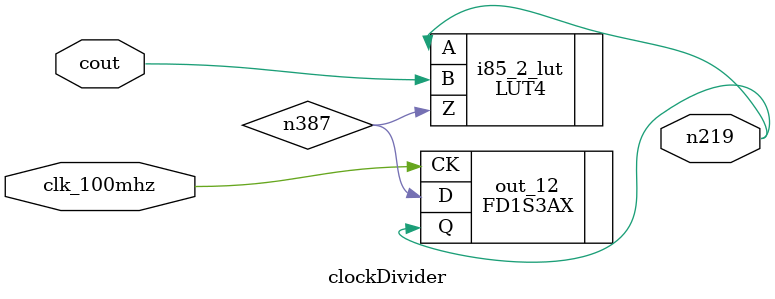
<source format=v>

module top (clk_25mhz, btn, gp, led) /* synthesis syn_module_defined=1 */ ;   // e:/projects/fpga/learning/epaper/topmodule.v(19[8:11])
    input clk_25mhz /* synthesis black_box_pad_pin=1 */ ;   // e:/projects/fpga/learning/epaper/topmodule.v(19[18:27])
    input [4:3]btn;   // e:/projects/fpga/learning/epaper/topmodule.v(19[41:44])
    output [12:0]gp;   // e:/projects/fpga/learning/epaper/topmodule.v(19[59:61])
    output [7:0]led;   // e:/projects/fpga/learning/epaper/topmodule.v(19[75:78])
    
    wire clk_100mhz /* synthesis is_clock=1, SET_AS_NETWORK=clk_100mhz */ ;   // e:/projects/fpga/learning/epaper/topmodule.v(20[7:17])
    wire buf_CLKI /* synthesis is_clock=1 */ ;   // e:/projects/fpga/learning/epaper/pll/pll.v(15[10:18])
    
    wire GND_net, n219, VCC_net;
    wire [32:0]counter_32__N_34;
    
    wire n313, n312, n311, n310, n309, n308, n307, n306, n305, 
        n304, n303, n302, n301, n300, n299, n298, n167, n164, 
        n161, n158, n155, n152, n149, n146, n143, n140, n137, 
        n134, n131, n128, n125, n122, n119, n116, n113, n110, 
        n107, n104, n101, n98, n95, n92, n89, n86, n83, n80, 
        n77, n74, n71, cout, n351, n350, n357, n355, n352, 
        n358, n360, n361, n362, n363, n249, n356, n349, n364, 
        n353, n354, n359, n365;
    
    VHI i5 (.Z(VCC_net));
    CCU2C add_65_29 (.A0(counter_32__N_34[27]), .B0(GND_net), .C0(GND_net), 
          .D0(VCC_net), .A1(counter_32__N_34[28]), .B1(GND_net), .C1(GND_net), 
          .D1(VCC_net), .CIN(n362), .COUT(n363));
    defparam add_65_29.INIT0 = 16'h5555;
    defparam add_65_29.INIT1 = 16'h5555;
    defparam add_65_29.INJECT1_0 = "NO";
    defparam add_65_29.INJECT1_1 = "NO";
    CCU2C add_65_27 (.A0(counter_32__N_34[25]), .B0(GND_net), .C0(GND_net), 
          .D0(VCC_net), .A1(counter_32__N_34[26]), .B1(GND_net), .C1(GND_net), 
          .D1(VCC_net), .CIN(n361), .COUT(n362));
    defparam add_65_27.INIT0 = 16'h5555;
    defparam add_65_27.INIT1 = 16'h5555;
    defparam add_65_27.INJECT1_0 = "NO";
    defparam add_65_27.INJECT1_1 = "NO";
    CCU2C add_65_25 (.A0(counter_32__N_34[23]), .B0(GND_net), .C0(GND_net), 
          .D0(VCC_net), .A1(counter_32__N_34[24]), .B1(GND_net), .C1(GND_net), 
          .D1(VCC_net), .CIN(n360), .COUT(n361));
    defparam add_65_25.INIT0 = 16'h5555;
    defparam add_65_25.INIT1 = 16'h5555;
    defparam add_65_25.INJECT1_0 = "NO";
    defparam add_65_25.INJECT1_1 = "NO";
    CCU2C add_65_23 (.A0(counter_32__N_34[21]), .B0(GND_net), .C0(GND_net), 
          .D0(VCC_net), .A1(counter_32__N_34[22]), .B1(GND_net), .C1(GND_net), 
          .D1(VCC_net), .CIN(n359), .COUT(n360));
    defparam add_65_23.INIT0 = 16'h5555;
    defparam add_65_23.INIT1 = 16'h5555;
    defparam add_65_23.INJECT1_0 = "NO";
    defparam add_65_23.INJECT1_1 = "NO";
    FD1S3IX _add_1_25_e2_i0_i31 (.D(counter_32__N_34[31]), .CK(clk_100mhz), 
            .CD(n249), .Q(n74));   // e:/projects/fpga/learning/epaper/clocks.v(9[14:25])
    defparam _add_1_25_e2_i0_i31.GSR = "ENABLED";
    FD1S3IX _add_1_25_e2_i0_i30 (.D(counter_32__N_34[30]), .CK(clk_100mhz), 
            .CD(n249), .Q(n77));   // e:/projects/fpga/learning/epaper/clocks.v(9[14:25])
    defparam _add_1_25_e2_i0_i30.GSR = "ENABLED";
    FD1S3IX _add_1_25_e2_i0_i29 (.D(counter_32__N_34[29]), .CK(clk_100mhz), 
            .CD(n249), .Q(n80));   // e:/projects/fpga/learning/epaper/clocks.v(9[14:25])
    defparam _add_1_25_e2_i0_i29.GSR = "ENABLED";
    FD1S3IX _add_1_25_e2_i0_i28 (.D(counter_32__N_34[28]), .CK(clk_100mhz), 
            .CD(n249), .Q(n83));   // e:/projects/fpga/learning/epaper/clocks.v(9[14:25])
    defparam _add_1_25_e2_i0_i28.GSR = "ENABLED";
    pll myPll (.clk_100mhz(clk_100mhz), .buf_CLKI(buf_CLKI), .GND_net(GND_net)) /* synthesis NGD_DRC_MASK=1, syn_module_defined=1 */ ;   // e:/projects/fpga/learning/epaper/topmodule.v(26[6:34])
    clockDivider clckDiv (.n219(n219), .clk_100mhz(clk_100mhz), .cout(cout)) /* synthesis syn_module_defined=1 */ ;   // e:/projects/fpga/learning/epaper/topmodule.v(27[15:46])
    FD1S3IX _add_1_25_e2_i0_i27 (.D(counter_32__N_34[27]), .CK(clk_100mhz), 
            .CD(n249), .Q(n86));   // e:/projects/fpga/learning/epaper/clocks.v(9[14:25])
    defparam _add_1_25_e2_i0_i27.GSR = "ENABLED";
    IB Inst1_IB (.I(clk_25mhz), .O(buf_CLKI)) /* synthesis IO_TYPE="LVCMOS33", syn_instantiated=1, LSE_LINE_FILE_ID=3, LSE_LCOL=6, LSE_RCOL=34, LSE_LLINE=26, LSE_RLINE=26 */ ;   // e:/projects/fpga/learning/epaper/pll/pll.v(19[8:41])
    FD1S3IX _add_1_25_e2_i0_i26 (.D(counter_32__N_34[26]), .CK(clk_100mhz), 
            .CD(n249), .Q(n89));   // e:/projects/fpga/learning/epaper/clocks.v(9[14:25])
    defparam _add_1_25_e2_i0_i26.GSR = "ENABLED";
    CCU2C add_65_21 (.A0(counter_32__N_34[19]), .B0(GND_net), .C0(GND_net), 
          .D0(VCC_net), .A1(counter_32__N_34[20]), .B1(GND_net), .C1(GND_net), 
          .D1(VCC_net), .CIN(n358), .COUT(n359));
    defparam add_65_21.INIT0 = 16'h5555;
    defparam add_65_21.INIT1 = 16'h5555;
    defparam add_65_21.INJECT1_0 = "NO";
    defparam add_65_21.INJECT1_1 = "NO";
    FD1S3IX _add_1_25_e2_i0_i25 (.D(counter_32__N_34[25]), .CK(clk_100mhz), 
            .CD(n249), .Q(n92));   // e:/projects/fpga/learning/epaper/clocks.v(9[14:25])
    defparam _add_1_25_e2_i0_i25.GSR = "ENABLED";
    FD1S3IX _add_1_25_e2_i0_i24 (.D(counter_32__N_34[24]), .CK(clk_100mhz), 
            .CD(n249), .Q(n95));   // e:/projects/fpga/learning/epaper/clocks.v(9[14:25])
    defparam _add_1_25_e2_i0_i24.GSR = "ENABLED";
    FD1S3IX _add_1_25_e2_i0_i23 (.D(counter_32__N_34[23]), .CK(clk_100mhz), 
            .CD(n249), .Q(n98));   // e:/projects/fpga/learning/epaper/clocks.v(9[14:25])
    defparam _add_1_25_e2_i0_i23.GSR = "ENABLED";
    CCU2C add_65_19 (.A0(counter_32__N_34[17]), .B0(GND_net), .C0(GND_net), 
          .D0(VCC_net), .A1(counter_32__N_34[18]), .B1(GND_net), .C1(GND_net), 
          .D1(VCC_net), .CIN(n357), .COUT(n358));
    defparam add_65_19.INIT0 = 16'h5555;
    defparam add_65_19.INIT1 = 16'h5555;
    defparam add_65_19.INJECT1_0 = "NO";
    defparam add_65_19.INJECT1_1 = "NO";
    CCU2C add_65_17 (.A0(counter_32__N_34[15]), .B0(GND_net), .C0(GND_net), 
          .D0(VCC_net), .A1(counter_32__N_34[16]), .B1(GND_net), .C1(GND_net), 
          .D1(VCC_net), .CIN(n356), .COUT(n357));
    defparam add_65_17.INIT0 = 16'h5555;
    defparam add_65_17.INIT1 = 16'h5555;
    defparam add_65_17.INJECT1_0 = "NO";
    defparam add_65_17.INJECT1_1 = "NO";
    CCU2C add_65_15 (.A0(counter_32__N_34[13]), .B0(GND_net), .C0(GND_net), 
          .D0(VCC_net), .A1(counter_32__N_34[14]), .B1(GND_net), .C1(GND_net), 
          .D1(VCC_net), .CIN(n355), .COUT(n356));
    defparam add_65_15.INIT0 = 16'h5555;
    defparam add_65_15.INIT1 = 16'h5555;
    defparam add_65_15.INJECT1_0 = "NO";
    defparam add_65_15.INJECT1_1 = "NO";
    CCU2C add_65_13 (.A0(counter_32__N_34[11]), .B0(GND_net), .C0(GND_net), 
          .D0(VCC_net), .A1(counter_32__N_34[12]), .B1(GND_net), .C1(GND_net), 
          .D1(VCC_net), .CIN(n354), .COUT(n355));
    defparam add_65_13.INIT0 = 16'h5555;
    defparam add_65_13.INIT1 = 16'h5555;
    defparam add_65_13.INJECT1_0 = "NO";
    defparam add_65_13.INJECT1_1 = "NO";
    CCU2C add_65_11 (.A0(counter_32__N_34[9]), .B0(GND_net), .C0(GND_net), 
          .D0(VCC_net), .A1(counter_32__N_34[10]), .B1(GND_net), .C1(GND_net), 
          .D1(VCC_net), .CIN(n353), .COUT(n354));
    defparam add_65_11.INIT0 = 16'h5555;
    defparam add_65_11.INIT1 = 16'h5555;
    defparam add_65_11.INJECT1_0 = "NO";
    defparam add_65_11.INJECT1_1 = "NO";
    CCU2C add_65_9 (.A0(counter_32__N_34[7]), .B0(GND_net), .C0(GND_net), 
          .D0(VCC_net), .A1(counter_32__N_34[8]), .B1(GND_net), .C1(GND_net), 
          .D1(VCC_net), .CIN(n352), .COUT(n353));
    defparam add_65_9.INIT0 = 16'h5555;
    defparam add_65_9.INIT1 = 16'h5555;
    defparam add_65_9.INJECT1_0 = "NO";
    defparam add_65_9.INJECT1_1 = "NO";
    FD1S3IX _add_1_25_e2_i0_i22 (.D(counter_32__N_34[22]), .CK(clk_100mhz), 
            .CD(n249), .Q(n101));   // e:/projects/fpga/learning/epaper/clocks.v(9[14:25])
    defparam _add_1_25_e2_i0_i22.GSR = "ENABLED";
    FD1S3IX _add_1_25_e2_i0_i21 (.D(counter_32__N_34[21]), .CK(clk_100mhz), 
            .CD(n249), .Q(n104));   // e:/projects/fpga/learning/epaper/clocks.v(9[14:25])
    defparam _add_1_25_e2_i0_i21.GSR = "ENABLED";
    FD1S3IX _add_1_25_e2_i0_i20 (.D(counter_32__N_34[20]), .CK(clk_100mhz), 
            .CD(n249), .Q(n107));   // e:/projects/fpga/learning/epaper/clocks.v(9[14:25])
    defparam _add_1_25_e2_i0_i20.GSR = "ENABLED";
    CCU2C add_65_7 (.A0(counter_32__N_34[5]), .B0(GND_net), .C0(GND_net), 
          .D0(VCC_net), .A1(counter_32__N_34[6]), .B1(GND_net), .C1(GND_net), 
          .D1(VCC_net), .CIN(n351), .COUT(n352));
    defparam add_65_7.INIT0 = 16'h5555;
    defparam add_65_7.INIT1 = 16'h5555;
    defparam add_65_7.INJECT1_0 = "NO";
    defparam add_65_7.INJECT1_1 = "NO";
    FD1S3IX _add_1_25_e2_i0_i0 (.D(counter_32__N_34[0]), .CK(clk_100mhz), 
            .CD(n249), .Q(n167));   // e:/projects/fpga/learning/epaper/clocks.v(9[14:25])
    defparam _add_1_25_e2_i0_i0.GSR = "ENABLED";
    FD1S3IX _add_1_25_e2_i0_i19 (.D(counter_32__N_34[19]), .CK(clk_100mhz), 
            .CD(n249), .Q(n110));   // e:/projects/fpga/learning/epaper/clocks.v(9[14:25])
    defparam _add_1_25_e2_i0_i19.GSR = "ENABLED";
    FD1S3IX _add_1_25_e2_i0_i3 (.D(counter_32__N_34[3]), .CK(clk_100mhz), 
            .CD(n249), .Q(n158));   // e:/projects/fpga/learning/epaper/clocks.v(9[14:25])
    defparam _add_1_25_e2_i0_i3.GSR = "ENABLED";
    FD1S3IX _add_1_25_e2_i0_i18 (.D(counter_32__N_34[18]), .CK(clk_100mhz), 
            .CD(n249), .Q(n113));   // e:/projects/fpga/learning/epaper/clocks.v(9[14:25])
    defparam _add_1_25_e2_i0_i18.GSR = "ENABLED";
    FD1S3IX _add_1_25_e2_i0_i17 (.D(counter_32__N_34[17]), .CK(clk_100mhz), 
            .CD(n249), .Q(n116));   // e:/projects/fpga/learning/epaper/clocks.v(9[14:25])
    defparam _add_1_25_e2_i0_i17.GSR = "ENABLED";
    OB led_pad_0 (.I(GND_net), .O(led[0]));   // e:/projects/fpga/learning/epaper/topmodule.v(19[75:78])
    FD1S3IX _add_1_25_e2_i0_i16 (.D(counter_32__N_34[16]), .CK(clk_100mhz), 
            .CD(n249), .Q(n119));   // e:/projects/fpga/learning/epaper/clocks.v(9[14:25])
    defparam _add_1_25_e2_i0_i16.GSR = "ENABLED";
    FD1S3IX _add_1_25_e2_i0_i4 (.D(counter_32__N_34[4]), .CK(clk_100mhz), 
            .CD(n249), .Q(n155));   // e:/projects/fpga/learning/epaper/clocks.v(9[14:25])
    defparam _add_1_25_e2_i0_i4.GSR = "ENABLED";
    FD1S3IX _add_1_25_e2_i0_i15 (.D(counter_32__N_34[15]), .CK(clk_100mhz), 
            .CD(n249), .Q(n122));   // e:/projects/fpga/learning/epaper/clocks.v(9[14:25])
    defparam _add_1_25_e2_i0_i15.GSR = "ENABLED";
    OB led_pad_1 (.I(GND_net), .O(led[1]));   // e:/projects/fpga/learning/epaper/topmodule.v(19[75:78])
    FD1S3IX _add_1_25_e2_i0_i14 (.D(counter_32__N_34[14]), .CK(clk_100mhz), 
            .CD(n249), .Q(n125));   // e:/projects/fpga/learning/epaper/clocks.v(9[14:25])
    defparam _add_1_25_e2_i0_i14.GSR = "ENABLED";
    OB led_pad_2 (.I(n219), .O(led[2]));   // e:/projects/fpga/learning/epaper/topmodule.v(19[75:78])
    OB led_pad_3 (.I(GND_net), .O(led[3]));   // e:/projects/fpga/learning/epaper/topmodule.v(19[75:78])
    OB led_pad_4 (.I(GND_net), .O(led[4]));   // e:/projects/fpga/learning/epaper/topmodule.v(19[75:78])
    FD1S3IX _add_1_25_e2_i0_i13 (.D(counter_32__N_34[13]), .CK(clk_100mhz), 
            .CD(n249), .Q(n128));   // e:/projects/fpga/learning/epaper/clocks.v(9[14:25])
    defparam _add_1_25_e2_i0_i13.GSR = "ENABLED";
    FD1S3IX _add_1_25_e2_i0_i12 (.D(counter_32__N_34[12]), .CK(clk_100mhz), 
            .CD(n249), .Q(n131));   // e:/projects/fpga/learning/epaper/clocks.v(9[14:25])
    defparam _add_1_25_e2_i0_i12.GSR = "ENABLED";
    OB led_pad_5 (.I(GND_net), .O(led[5]));   // e:/projects/fpga/learning/epaper/topmodule.v(19[75:78])
    FD1S3IX _add_1_25_e2_i0_i11 (.D(counter_32__N_34[11]), .CK(clk_100mhz), 
            .CD(n249), .Q(n134));   // e:/projects/fpga/learning/epaper/clocks.v(9[14:25])
    defparam _add_1_25_e2_i0_i11.GSR = "ENABLED";
    OB led_pad_6 (.I(GND_net), .O(led[6]));   // e:/projects/fpga/learning/epaper/topmodule.v(19[75:78])
    FD1S3IX _add_1_25_e2_i0_i10 (.D(counter_32__N_34[10]), .CK(clk_100mhz), 
            .CD(n249), .Q(n137));   // e:/projects/fpga/learning/epaper/clocks.v(9[14:25])
    defparam _add_1_25_e2_i0_i10.GSR = "ENABLED";
    FD1S3IX _add_1_25_e2_i0_i9 (.D(counter_32__N_34[9]), .CK(clk_100mhz), 
            .CD(n249), .Q(n140));   // e:/projects/fpga/learning/epaper/clocks.v(9[14:25])
    defparam _add_1_25_e2_i0_i9.GSR = "ENABLED";
    FD1S3IX _add_1_25_e2_i0_i8 (.D(counter_32__N_34[8]), .CK(clk_100mhz), 
            .CD(n249), .Q(n143));   // e:/projects/fpga/learning/epaper/clocks.v(9[14:25])
    defparam _add_1_25_e2_i0_i8.GSR = "ENABLED";
    OB led_pad_7 (.I(n219), .O(led[7]));   // e:/projects/fpga/learning/epaper/topmodule.v(19[75:78])
    OB gp_pad_0 (.I(GND_net), .O(gp[0]));   // e:/projects/fpga/learning/epaper/topmodule.v(19[59:61])
    OB gp_pad_1 (.I(GND_net), .O(gp[1]));   // e:/projects/fpga/learning/epaper/topmodule.v(19[59:61])
    OB gp_pad_2 (.I(GND_net), .O(gp[2]));   // e:/projects/fpga/learning/epaper/topmodule.v(19[59:61])
    FD1S3IX _add_1_25_e2_i0_i7 (.D(counter_32__N_34[7]), .CK(clk_100mhz), 
            .CD(n249), .Q(n146));   // e:/projects/fpga/learning/epaper/clocks.v(9[14:25])
    defparam _add_1_25_e2_i0_i7.GSR = "ENABLED";
    OB gp_pad_3 (.I(GND_net), .O(gp[3]));   // e:/projects/fpga/learning/epaper/topmodule.v(19[59:61])
    OB gp_pad_4 (.I(GND_net), .O(gp[4]));   // e:/projects/fpga/learning/epaper/topmodule.v(19[59:61])
    OB gp_pad_5 (.I(GND_net), .O(gp[5]));   // e:/projects/fpga/learning/epaper/topmodule.v(19[59:61])
    CCU2C _add_1_25_add_4_3 (.A0(n164), .B0(GND_net), .C0(GND_net), .D0(VCC_net), 
          .A1(n161), .B1(GND_net), .C1(GND_net), .D1(VCC_net), .CIN(n298), 
          .COUT(n299), .S0(counter_32__N_34[1]), .S1(counter_32__N_34[2]));   // e:/projects/fpga/learning/epaper/clocks.v(9[14:25])
    defparam _add_1_25_add_4_3.INIT0 = 16'haaa0;
    defparam _add_1_25_add_4_3.INIT1 = 16'haaa0;
    defparam _add_1_25_add_4_3.INJECT1_0 = "NO";
    defparam _add_1_25_add_4_3.INJECT1_1 = "NO";
    FD1S3IX _add_1_25_e2_i0_i6 (.D(counter_32__N_34[6]), .CK(clk_100mhz), 
            .CD(n249), .Q(n149));   // e:/projects/fpga/learning/epaper/clocks.v(9[14:25])
    defparam _add_1_25_e2_i0_i6.GSR = "ENABLED";
    FD1S3IX _add_1_25_e2_i0_i5 (.D(counter_32__N_34[5]), .CK(clk_100mhz), 
            .CD(n249), .Q(n152));   // e:/projects/fpga/learning/epaper/clocks.v(9[14:25])
    defparam _add_1_25_e2_i0_i5.GSR = "ENABLED";
    OB gp_pad_6 (.I(GND_net), .O(gp[6]));   // e:/projects/fpga/learning/epaper/topmodule.v(19[59:61])
    OB gp_pad_7 (.I(GND_net), .O(gp[7]));   // e:/projects/fpga/learning/epaper/topmodule.v(19[59:61])
    OB gp_pad_8 (.I(GND_net), .O(gp[8]));   // e:/projects/fpga/learning/epaper/topmodule.v(19[59:61])
    FD1S3IX _add_1_25_e2_i0_i2 (.D(counter_32__N_34[2]), .CK(clk_100mhz), 
            .CD(n249), .Q(n161));   // e:/projects/fpga/learning/epaper/clocks.v(9[14:25])
    defparam _add_1_25_e2_i0_i2.GSR = "ENABLED";
    OB gp_pad_9 (.I(GND_net), .O(gp[9]));   // e:/projects/fpga/learning/epaper/topmodule.v(19[59:61])
    FD1S3IX _add_1_25_e2_i0_i1 (.D(counter_32__N_34[1]), .CK(clk_100mhz), 
            .CD(n249), .Q(n164));   // e:/projects/fpga/learning/epaper/clocks.v(9[14:25])
    defparam _add_1_25_e2_i0_i1.GSR = "ENABLED";
    CCU2C add_65_5 (.A0(counter_32__N_34[3]), .B0(GND_net), .C0(GND_net), 
          .D0(VCC_net), .A1(counter_32__N_34[4]), .B1(GND_net), .C1(GND_net), 
          .D1(VCC_net), .CIN(n350), .COUT(n351));
    defparam add_65_5.INIT0 = 16'haaa5;
    defparam add_65_5.INIT1 = 16'h5555;
    defparam add_65_5.INJECT1_0 = "NO";
    defparam add_65_5.INJECT1_1 = "NO";
    OB gp_pad_10 (.I(GND_net), .O(gp[10]));   // e:/projects/fpga/learning/epaper/topmodule.v(19[59:61])
    CCU2C add_65_31 (.A0(counter_32__N_34[29]), .B0(GND_net), .C0(GND_net), 
          .D0(VCC_net), .A1(counter_32__N_34[30]), .B1(GND_net), .C1(GND_net), 
          .D1(VCC_net), .CIN(n363), .COUT(n364));
    defparam add_65_31.INIT0 = 16'h5555;
    defparam add_65_31.INIT1 = 16'h5555;
    defparam add_65_31.INJECT1_0 = "NO";
    defparam add_65_31.INJECT1_1 = "NO";
    CCU2C add_65_3 (.A0(counter_32__N_34[1]), .B0(GND_net), .C0(GND_net), 
          .D0(VCC_net), .A1(counter_32__N_34[2]), .B1(GND_net), .C1(GND_net), 
          .D1(VCC_net), .CIN(n349), .COUT(n350));
    defparam add_65_3.INIT0 = 16'haaa5;
    defparam add_65_3.INIT1 = 16'h5555;
    defparam add_65_3.INJECT1_0 = "NO";
    defparam add_65_3.INJECT1_1 = "NO";
    OB gp_pad_11 (.I(GND_net), .O(gp[11]));   // e:/projects/fpga/learning/epaper/topmodule.v(19[59:61])
    OB gp_pad_12 (.I(GND_net), .O(gp[12]));   // e:/projects/fpga/learning/epaper/topmodule.v(19[59:61])
    PUR PUR_INST (.PUR(VCC_net));
    defparam PUR_INST.RST_PULSE = 1;
    LUT4 i57_1_lut (.A(cout), .Z(n249)) /* synthesis lut_function=(!(A)) */ ;
    defparam i57_1_lut.init = 16'h5555;
    VLO i1 (.Z(GND_net));
    CCU2C add_65_1 (.A0(GND_net), .B0(GND_net), .C0(GND_net), .D0(VCC_net), 
          .A1(counter_32__N_34[0]), .B1(GND_net), .C1(GND_net), .D1(VCC_net), 
          .COUT(n349));
    defparam add_65_1.INIT0 = 16'h0000;
    defparam add_65_1.INIT1 = 16'haaaf;
    defparam add_65_1.INJECT1_0 = "NO";
    defparam add_65_1.INJECT1_1 = "NO";
    CCU2C _add_1_25_add_4_33 (.A0(n74), .B0(GND_net), .C0(GND_net), .D0(VCC_net), 
          .A1(n71), .B1(GND_net), .C1(GND_net), .D1(VCC_net), .CIN(n313), 
          .S0(counter_32__N_34[31]), .S1(counter_32__N_34[32]));   // e:/projects/fpga/learning/epaper/clocks.v(9[14:25])
    defparam _add_1_25_add_4_33.INIT0 = 16'haaa0;
    defparam _add_1_25_add_4_33.INIT1 = 16'haaa0;
    defparam _add_1_25_add_4_33.INJECT1_0 = "NO";
    defparam _add_1_25_add_4_33.INJECT1_1 = "NO";
    CCU2C _add_1_25_add_4_31 (.A0(n80), .B0(GND_net), .C0(GND_net), .D0(VCC_net), 
          .A1(n77), .B1(GND_net), .C1(GND_net), .D1(VCC_net), .CIN(n312), 
          .COUT(n313), .S0(counter_32__N_34[29]), .S1(counter_32__N_34[30]));   // e:/projects/fpga/learning/epaper/clocks.v(9[14:25])
    defparam _add_1_25_add_4_31.INIT0 = 16'haaa0;
    defparam _add_1_25_add_4_31.INIT1 = 16'haaa0;
    defparam _add_1_25_add_4_31.INJECT1_0 = "NO";
    defparam _add_1_25_add_4_31.INJECT1_1 = "NO";
    CCU2C _add_1_25_add_4_29 (.A0(n86), .B0(GND_net), .C0(GND_net), .D0(VCC_net), 
          .A1(n83), .B1(GND_net), .C1(GND_net), .D1(VCC_net), .CIN(n311), 
          .COUT(n312), .S0(counter_32__N_34[27]), .S1(counter_32__N_34[28]));   // e:/projects/fpga/learning/epaper/clocks.v(9[14:25])
    defparam _add_1_25_add_4_29.INIT0 = 16'haaa0;
    defparam _add_1_25_add_4_29.INIT1 = 16'haaa0;
    defparam _add_1_25_add_4_29.INJECT1_0 = "NO";
    defparam _add_1_25_add_4_29.INJECT1_1 = "NO";
    CCU2C _add_1_25_add_4_27 (.A0(n92), .B0(GND_net), .C0(GND_net), .D0(VCC_net), 
          .A1(n89), .B1(GND_net), .C1(GND_net), .D1(VCC_net), .CIN(n310), 
          .COUT(n311), .S0(counter_32__N_34[25]), .S1(counter_32__N_34[26]));   // e:/projects/fpga/learning/epaper/clocks.v(9[14:25])
    defparam _add_1_25_add_4_27.INIT0 = 16'haaa0;
    defparam _add_1_25_add_4_27.INIT1 = 16'haaa0;
    defparam _add_1_25_add_4_27.INJECT1_0 = "NO";
    defparam _add_1_25_add_4_27.INJECT1_1 = "NO";
    CCU2C _add_1_25_add_4_25 (.A0(n98), .B0(GND_net), .C0(GND_net), .D0(VCC_net), 
          .A1(n95), .B1(GND_net), .C1(GND_net), .D1(VCC_net), .CIN(n309), 
          .COUT(n310), .S0(counter_32__N_34[23]), .S1(counter_32__N_34[24]));   // e:/projects/fpga/learning/epaper/clocks.v(9[14:25])
    defparam _add_1_25_add_4_25.INIT0 = 16'haaa0;
    defparam _add_1_25_add_4_25.INIT1 = 16'haaa0;
    defparam _add_1_25_add_4_25.INJECT1_0 = "NO";
    defparam _add_1_25_add_4_25.INJECT1_1 = "NO";
    CCU2C _add_1_25_add_4_23 (.A0(n104), .B0(GND_net), .C0(GND_net), .D0(VCC_net), 
          .A1(n101), .B1(GND_net), .C1(GND_net), .D1(VCC_net), .CIN(n308), 
          .COUT(n309), .S0(counter_32__N_34[21]), .S1(counter_32__N_34[22]));   // e:/projects/fpga/learning/epaper/clocks.v(9[14:25])
    defparam _add_1_25_add_4_23.INIT0 = 16'haaa0;
    defparam _add_1_25_add_4_23.INIT1 = 16'haaa0;
    defparam _add_1_25_add_4_23.INJECT1_0 = "NO";
    defparam _add_1_25_add_4_23.INJECT1_1 = "NO";
    CCU2C _add_1_25_add_4_21 (.A0(n110), .B0(GND_net), .C0(GND_net), .D0(VCC_net), 
          .A1(n107), .B1(GND_net), .C1(GND_net), .D1(VCC_net), .CIN(n307), 
          .COUT(n308), .S0(counter_32__N_34[19]), .S1(counter_32__N_34[20]));   // e:/projects/fpga/learning/epaper/clocks.v(9[14:25])
    defparam _add_1_25_add_4_21.INIT0 = 16'haaa0;
    defparam _add_1_25_add_4_21.INIT1 = 16'haaa0;
    defparam _add_1_25_add_4_21.INJECT1_0 = "NO";
    defparam _add_1_25_add_4_21.INJECT1_1 = "NO";
    CCU2C _add_1_25_add_4_19 (.A0(n116), .B0(GND_net), .C0(GND_net), .D0(VCC_net), 
          .A1(n113), .B1(GND_net), .C1(GND_net), .D1(VCC_net), .CIN(n306), 
          .COUT(n307), .S0(counter_32__N_34[17]), .S1(counter_32__N_34[18]));   // e:/projects/fpga/learning/epaper/clocks.v(9[14:25])
    defparam _add_1_25_add_4_19.INIT0 = 16'haaa0;
    defparam _add_1_25_add_4_19.INIT1 = 16'haaa0;
    defparam _add_1_25_add_4_19.INJECT1_0 = "NO";
    defparam _add_1_25_add_4_19.INJECT1_1 = "NO";
    CCU2C _add_1_25_add_4_17 (.A0(n122), .B0(GND_net), .C0(GND_net), .D0(VCC_net), 
          .A1(n119), .B1(GND_net), .C1(GND_net), .D1(VCC_net), .CIN(n305), 
          .COUT(n306), .S0(counter_32__N_34[15]), .S1(counter_32__N_34[16]));   // e:/projects/fpga/learning/epaper/clocks.v(9[14:25])
    defparam _add_1_25_add_4_17.INIT0 = 16'haaa0;
    defparam _add_1_25_add_4_17.INIT1 = 16'haaa0;
    defparam _add_1_25_add_4_17.INJECT1_0 = "NO";
    defparam _add_1_25_add_4_17.INJECT1_1 = "NO";
    CCU2C _add_1_25_add_4_15 (.A0(n128), .B0(GND_net), .C0(GND_net), .D0(VCC_net), 
          .A1(n125), .B1(GND_net), .C1(GND_net), .D1(VCC_net), .CIN(n304), 
          .COUT(n305), .S0(counter_32__N_34[13]), .S1(counter_32__N_34[14]));   // e:/projects/fpga/learning/epaper/clocks.v(9[14:25])
    defparam _add_1_25_add_4_15.INIT0 = 16'haaa0;
    defparam _add_1_25_add_4_15.INIT1 = 16'haaa0;
    defparam _add_1_25_add_4_15.INJECT1_0 = "NO";
    defparam _add_1_25_add_4_15.INJECT1_1 = "NO";
    CCU2C _add_1_25_add_4_13 (.A0(n134), .B0(GND_net), .C0(GND_net), .D0(VCC_net), 
          .A1(n131), .B1(GND_net), .C1(GND_net), .D1(VCC_net), .CIN(n303), 
          .COUT(n304), .S0(counter_32__N_34[11]), .S1(counter_32__N_34[12]));   // e:/projects/fpga/learning/epaper/clocks.v(9[14:25])
    defparam _add_1_25_add_4_13.INIT0 = 16'haaa0;
    defparam _add_1_25_add_4_13.INIT1 = 16'haaa0;
    defparam _add_1_25_add_4_13.INJECT1_0 = "NO";
    defparam _add_1_25_add_4_13.INJECT1_1 = "NO";
    CCU2C _add_1_25_add_4_11 (.A0(n140), .B0(GND_net), .C0(GND_net), .D0(VCC_net), 
          .A1(n137), .B1(GND_net), .C1(GND_net), .D1(VCC_net), .CIN(n302), 
          .COUT(n303), .S0(counter_32__N_34[9]), .S1(counter_32__N_34[10]));   // e:/projects/fpga/learning/epaper/clocks.v(9[14:25])
    defparam _add_1_25_add_4_11.INIT0 = 16'haaa0;
    defparam _add_1_25_add_4_11.INIT1 = 16'haaa0;
    defparam _add_1_25_add_4_11.INJECT1_0 = "NO";
    defparam _add_1_25_add_4_11.INJECT1_1 = "NO";
    CCU2C _add_1_25_add_4_9 (.A0(n146), .B0(GND_net), .C0(GND_net), .D0(VCC_net), 
          .A1(n143), .B1(GND_net), .C1(GND_net), .D1(VCC_net), .CIN(n301), 
          .COUT(n302), .S0(counter_32__N_34[7]), .S1(counter_32__N_34[8]));   // e:/projects/fpga/learning/epaper/clocks.v(9[14:25])
    defparam _add_1_25_add_4_9.INIT0 = 16'haaa0;
    defparam _add_1_25_add_4_9.INIT1 = 16'haaa0;
    defparam _add_1_25_add_4_9.INJECT1_0 = "NO";
    defparam _add_1_25_add_4_9.INJECT1_1 = "NO";
    CCU2C _add_1_25_add_4_7 (.A0(n152), .B0(GND_net), .C0(GND_net), .D0(VCC_net), 
          .A1(n149), .B1(GND_net), .C1(GND_net), .D1(VCC_net), .CIN(n300), 
          .COUT(n301), .S0(counter_32__N_34[5]), .S1(counter_32__N_34[6]));   // e:/projects/fpga/learning/epaper/clocks.v(9[14:25])
    defparam _add_1_25_add_4_7.INIT0 = 16'haaa0;
    defparam _add_1_25_add_4_7.INIT1 = 16'haaa0;
    defparam _add_1_25_add_4_7.INJECT1_0 = "NO";
    defparam _add_1_25_add_4_7.INJECT1_1 = "NO";
    CCU2C _add_1_25_add_4_1 (.A0(GND_net), .B0(GND_net), .C0(GND_net), 
          .D0(GND_net), .A1(n167), .B1(GND_net), .C1(GND_net), .D1(VCC_net), 
          .COUT(n298), .S1(counter_32__N_34[0]));   // e:/projects/fpga/learning/epaper/clocks.v(9[14:25])
    defparam _add_1_25_add_4_1.INIT0 = 16'h0000;
    defparam _add_1_25_add_4_1.INIT1 = 16'h555f;
    defparam _add_1_25_add_4_1.INJECT1_0 = "NO";
    defparam _add_1_25_add_4_1.INJECT1_1 = "NO";
    CCU2C _add_1_25_add_4_5 (.A0(n158), .B0(GND_net), .C0(GND_net), .D0(VCC_net), 
          .A1(n155), .B1(GND_net), .C1(GND_net), .D1(VCC_net), .CIN(n299), 
          .COUT(n300), .S0(counter_32__N_34[3]), .S1(counter_32__N_34[4]));   // e:/projects/fpga/learning/epaper/clocks.v(9[14:25])
    defparam _add_1_25_add_4_5.INIT0 = 16'haaa0;
    defparam _add_1_25_add_4_5.INIT1 = 16'haaa0;
    defparam _add_1_25_add_4_5.INJECT1_0 = "NO";
    defparam _add_1_25_add_4_5.INJECT1_1 = "NO";
    GSR GSR_INST (.GSR(VCC_net));
    FD1S3IX _add_1_25_e2_i0_i32 (.D(counter_32__N_34[32]), .CK(clk_100mhz), 
            .CD(n249), .Q(n71));   // e:/projects/fpga/learning/epaper/clocks.v(9[14:25])
    defparam _add_1_25_e2_i0_i32.GSR = "ENABLED";
    CCU2C add_65_33 (.A0(counter_32__N_34[31]), .B0(GND_net), .C0(GND_net), 
          .D0(VCC_net), .A1(counter_32__N_34[32]), .B1(GND_net), .C1(GND_net), 
          .D1(VCC_net), .CIN(n364), .COUT(n365));
    defparam add_65_33.INIT0 = 16'h5555;
    defparam add_65_33.INIT1 = 16'h5555;
    defparam add_65_33.INJECT1_0 = "NO";
    defparam add_65_33.INJECT1_1 = "NO";
    CCU2C add_65_cout (.A0(GND_net), .B0(GND_net), .C0(GND_net), .D0(GND_net), 
          .A1(GND_net), .B1(GND_net), .C1(GND_net), .D1(GND_net), .CIN(n365), 
          .S0(cout));
    defparam add_65_cout.INIT0 = 16'h0000;
    defparam add_65_cout.INIT1 = 16'h0000;
    defparam add_65_cout.INJECT1_0 = "NO";
    defparam add_65_cout.INJECT1_1 = "NO";
    
endmodule
//
// Verilog Description of module pll
//

module pll (clk_100mhz, buf_CLKI, GND_net) /* synthesis NGD_DRC_MASK=1, syn_module_defined=1 */ ;
    output clk_100mhz;
    input buf_CLKI;
    input GND_net;
    
    wire clk_100mhz /* synthesis is_clock=1, SET_AS_NETWORK=clk_100mhz */ ;   // e:/projects/fpga/learning/epaper/topmodule.v(20[7:17])
    wire buf_CLKI /* synthesis is_clock=1 */ ;   // e:/projects/fpga/learning/epaper/pll/pll.v(15[10:18])
    
    EHXPLLL PLLInst_0 (.CLKI(buf_CLKI), .CLKFB(clk_100mhz), .PHASESEL0(GND_net), 
            .PHASESEL1(GND_net), .PHASEDIR(GND_net), .PHASESTEP(GND_net), 
            .PHASELOADREG(GND_net), .STDBY(GND_net), .PLLWAKESYNC(GND_net), 
            .RST(GND_net), .ENCLKOP(GND_net), .ENCLKOS(GND_net), .ENCLKOS2(GND_net), 
            .ENCLKOS3(GND_net), .CLKOP(clk_100mhz)) /* synthesis FREQUENCY_PIN_CLKOP="100.000000", FREQUENCY_PIN_CLKI="25.000000", ICP_CURRENT="5", LPF_RESISTOR="16", syn_instantiated=1, LSE_LINE_FILE_ID=3, LSE_LCOL=6, LSE_RCOL=34, LSE_LLINE=26, LSE_RLINE=26 */ ;   // e:/projects/fpga/learning/epaper/topmodule.v(26[6:34])
    defparam PLLInst_0.CLKI_DIV = 1;
    defparam PLLInst_0.CLKFB_DIV = 4;
    defparam PLLInst_0.CLKOP_DIV = 6;
    defparam PLLInst_0.CLKOS_DIV = 1;
    defparam PLLInst_0.CLKOS2_DIV = 1;
    defparam PLLInst_0.CLKOS3_DIV = 1;
    defparam PLLInst_0.CLKOP_ENABLE = "ENABLED";
    defparam PLLInst_0.CLKOS_ENABLE = "DISABLED";
    defparam PLLInst_0.CLKOS2_ENABLE = "DISABLED";
    defparam PLLInst_0.CLKOS3_ENABLE = "DISABLED";
    defparam PLLInst_0.CLKOP_CPHASE = 5;
    defparam PLLInst_0.CLKOS_CPHASE = 0;
    defparam PLLInst_0.CLKOS2_CPHASE = 0;
    defparam PLLInst_0.CLKOS3_CPHASE = 0;
    defparam PLLInst_0.CLKOP_FPHASE = 0;
    defparam PLLInst_0.CLKOS_FPHASE = 0;
    defparam PLLInst_0.CLKOS2_FPHASE = 0;
    defparam PLLInst_0.CLKOS3_FPHASE = 0;
    defparam PLLInst_0.FEEDBK_PATH = "CLKOP";
    defparam PLLInst_0.CLKOP_TRIM_POL = "FALLING";
    defparam PLLInst_0.CLKOP_TRIM_DELAY = 0;
    defparam PLLInst_0.CLKOS_TRIM_POL = "FALLING";
    defparam PLLInst_0.CLKOS_TRIM_DELAY = 0;
    defparam PLLInst_0.OUTDIVIDER_MUXA = "DIVA";
    defparam PLLInst_0.OUTDIVIDER_MUXB = "DIVB";
    defparam PLLInst_0.OUTDIVIDER_MUXC = "DIVC";
    defparam PLLInst_0.OUTDIVIDER_MUXD = "DIVD";
    defparam PLLInst_0.PLL_LOCK_MODE = 0;
    defparam PLLInst_0.PLL_LOCK_DELAY = 200;
    defparam PLLInst_0.STDBY_ENABLE = "DISABLED";
    defparam PLLInst_0.REFIN_RESET = "DISABLED";
    defparam PLLInst_0.SYNC_ENABLE = "DISABLED";
    defparam PLLInst_0.INT_LOCK_STICKY = "ENABLED";
    defparam PLLInst_0.DPHASE_SOURCE = "DISABLED";
    defparam PLLInst_0.PLLRST_ENA = "DISABLED";
    defparam PLLInst_0.INTFB_WAKE = "DISABLED";
    
endmodule
//
// Verilog Description of module clockDivider
//

module clockDivider (n219, clk_100mhz, cout) /* synthesis syn_module_defined=1 */ ;
    output n219;
    input clk_100mhz;
    input cout;
    
    wire clk_100mhz /* synthesis is_clock=1, SET_AS_NETWORK=clk_100mhz */ ;   // e:/projects/fpga/learning/epaper/topmodule.v(20[7:17])
    
    wire n387;
    
    FD1S3AX out_12 (.D(n387), .CK(clk_100mhz), .Q(n219)) /* synthesis LSE_LINE_FILE_ID=3, LSE_LCOL=15, LSE_RCOL=46, LSE_LLINE=27, LSE_RLINE=27 */ ;   // e:/projects/fpga/learning/epaper/clocks.v(7[9] 16[6])
    defparam out_12.GSR = "ENABLED";
    LUT4 i85_2_lut (.A(n219), .B(cout), .Z(n387)) /* synthesis lut_function=(A (B)+!A !(B)) */ ;   // e:/projects/fpga/learning/epaper/clocks.v(7[9] 16[6])
    defparam i85_2_lut.init = 16'h9999;
    
endmodule
//
// Verilog Description of module PUR
// module not written out since it is a black-box. 
//


</source>
